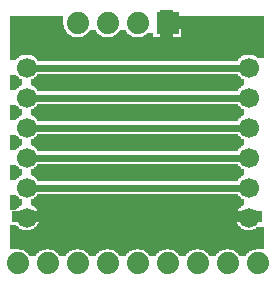
<source format=gtl>
G04 MADE WITH FRITZING*
G04 WWW.FRITZING.ORG*
G04 DOUBLE SIDED*
G04 HOLES PLATED*
G04 CONTOUR ON CENTER OF CONTOUR VECTOR*
%ASAXBY*%
%FSLAX23Y23*%
%MOIN*%
%OFA0B0*%
%SFA1.0B1.0*%
%ADD10C,0.075000*%
%ADD11C,0.074000*%
%ADD12C,0.066929*%
%ADD13R,0.074000X0.074000*%
%ADD14C,0.024000*%
%LNCOPPER1*%
G90*
G70*
G54D10*
X184Y237D03*
G54D11*
X564Y862D03*
X464Y862D03*
X364Y862D03*
X264Y862D03*
X64Y62D03*
X164Y62D03*
X264Y62D03*
X364Y62D03*
X464Y62D03*
X564Y62D03*
X664Y62D03*
X764Y62D03*
X864Y62D03*
G54D12*
X834Y714D03*
X834Y614D03*
X834Y514D03*
X834Y414D03*
X834Y314D03*
X834Y214D03*
X94Y714D03*
X94Y614D03*
X94Y514D03*
X94Y414D03*
X94Y314D03*
X94Y214D03*
G54D13*
X564Y862D03*
G54D14*
X125Y314D02*
X804Y314D01*
D02*
X804Y414D02*
X125Y414D01*
D02*
X804Y514D02*
X125Y514D01*
D02*
X804Y614D02*
X125Y614D01*
D02*
X804Y714D02*
X125Y714D01*
G36*
X40Y885D02*
X40Y815D01*
X252Y815D01*
X252Y817D01*
X246Y817D01*
X246Y819D01*
X242Y819D01*
X242Y821D01*
X238Y821D01*
X238Y823D01*
X236Y823D01*
X236Y825D01*
X234Y825D01*
X234Y827D01*
X230Y827D01*
X230Y829D01*
X228Y829D01*
X228Y833D01*
X226Y833D01*
X226Y835D01*
X224Y835D01*
X224Y839D01*
X222Y839D01*
X222Y841D01*
X220Y841D01*
X220Y847D01*
X218Y847D01*
X218Y855D01*
X216Y855D01*
X216Y885D01*
X40Y885D01*
G37*
D02*
G36*
X610Y885D02*
X610Y815D01*
X884Y815D01*
X884Y885D01*
X610Y885D01*
G37*
D02*
G36*
X304Y839D02*
X304Y837D01*
X302Y837D01*
X302Y833D01*
X300Y833D01*
X300Y831D01*
X298Y831D01*
X298Y829D01*
X296Y829D01*
X296Y827D01*
X294Y827D01*
X294Y825D01*
X292Y825D01*
X292Y823D01*
X288Y823D01*
X288Y821D01*
X286Y821D01*
X286Y819D01*
X282Y819D01*
X282Y817D01*
X274Y817D01*
X274Y815D01*
X352Y815D01*
X352Y817D01*
X346Y817D01*
X346Y819D01*
X342Y819D01*
X342Y821D01*
X338Y821D01*
X338Y823D01*
X336Y823D01*
X336Y825D01*
X334Y825D01*
X334Y827D01*
X330Y827D01*
X330Y829D01*
X328Y829D01*
X328Y833D01*
X326Y833D01*
X326Y835D01*
X324Y835D01*
X324Y839D01*
X304Y839D01*
G37*
D02*
G36*
X404Y839D02*
X404Y837D01*
X402Y837D01*
X402Y833D01*
X400Y833D01*
X400Y831D01*
X398Y831D01*
X398Y829D01*
X396Y829D01*
X396Y827D01*
X394Y827D01*
X394Y825D01*
X392Y825D01*
X392Y823D01*
X388Y823D01*
X388Y821D01*
X386Y821D01*
X386Y819D01*
X382Y819D01*
X382Y817D01*
X374Y817D01*
X374Y815D01*
X452Y815D01*
X452Y817D01*
X446Y817D01*
X446Y819D01*
X442Y819D01*
X442Y821D01*
X438Y821D01*
X438Y823D01*
X436Y823D01*
X436Y825D01*
X434Y825D01*
X434Y827D01*
X430Y827D01*
X430Y829D01*
X428Y829D01*
X428Y833D01*
X426Y833D01*
X426Y835D01*
X424Y835D01*
X424Y839D01*
X404Y839D01*
G37*
D02*
G36*
X496Y829D02*
X496Y827D01*
X494Y827D01*
X494Y825D01*
X492Y825D01*
X492Y823D01*
X488Y823D01*
X488Y821D01*
X486Y821D01*
X486Y819D01*
X482Y819D01*
X482Y817D01*
X474Y817D01*
X474Y815D01*
X516Y815D01*
X516Y829D01*
X496Y829D01*
G37*
D02*
G36*
X40Y815D02*
X40Y813D01*
X884Y813D01*
X884Y815D01*
X40Y815D01*
G37*
D02*
G36*
X40Y815D02*
X40Y813D01*
X884Y813D01*
X884Y815D01*
X40Y815D01*
G37*
D02*
G36*
X40Y815D02*
X40Y813D01*
X884Y813D01*
X884Y815D01*
X40Y815D01*
G37*
D02*
G36*
X40Y815D02*
X40Y813D01*
X884Y813D01*
X884Y815D01*
X40Y815D01*
G37*
D02*
G36*
X40Y815D02*
X40Y813D01*
X884Y813D01*
X884Y815D01*
X40Y815D01*
G37*
D02*
G36*
X40Y813D02*
X40Y757D01*
X846Y757D01*
X846Y755D01*
X852Y755D01*
X852Y753D01*
X856Y753D01*
X856Y751D01*
X858Y751D01*
X858Y749D01*
X862Y749D01*
X862Y747D01*
X864Y747D01*
X864Y745D01*
X884Y745D01*
X884Y813D01*
X40Y813D01*
G37*
D02*
G36*
X40Y757D02*
X40Y739D01*
X60Y739D01*
X60Y741D01*
X62Y741D01*
X62Y745D01*
X64Y745D01*
X64Y747D01*
X68Y747D01*
X68Y749D01*
X70Y749D01*
X70Y751D01*
X74Y751D01*
X74Y753D01*
X76Y753D01*
X76Y755D01*
X82Y755D01*
X82Y757D01*
X40Y757D01*
G37*
D02*
G36*
X106Y757D02*
X106Y755D01*
X112Y755D01*
X112Y753D01*
X116Y753D01*
X116Y751D01*
X118Y751D01*
X118Y749D01*
X122Y749D01*
X122Y747D01*
X124Y747D01*
X124Y745D01*
X126Y745D01*
X126Y743D01*
X128Y743D01*
X128Y741D01*
X130Y741D01*
X130Y737D01*
X798Y737D01*
X798Y739D01*
X800Y739D01*
X800Y741D01*
X802Y741D01*
X802Y745D01*
X804Y745D01*
X804Y747D01*
X808Y747D01*
X808Y749D01*
X810Y749D01*
X810Y751D01*
X814Y751D01*
X814Y753D01*
X816Y753D01*
X816Y755D01*
X824Y755D01*
X824Y757D01*
X106Y757D01*
G37*
D02*
G36*
X132Y693D02*
X132Y691D01*
X130Y691D01*
X130Y689D01*
X128Y689D01*
X128Y687D01*
X126Y687D01*
X126Y683D01*
X124Y683D01*
X124Y681D01*
X120Y681D01*
X120Y679D01*
X118Y679D01*
X118Y677D01*
X114Y677D01*
X114Y675D01*
X110Y675D01*
X110Y655D01*
X112Y655D01*
X112Y653D01*
X116Y653D01*
X116Y651D01*
X118Y651D01*
X118Y649D01*
X122Y649D01*
X122Y647D01*
X124Y647D01*
X124Y645D01*
X126Y645D01*
X126Y643D01*
X128Y643D01*
X128Y641D01*
X130Y641D01*
X130Y637D01*
X798Y637D01*
X798Y639D01*
X800Y639D01*
X800Y641D01*
X802Y641D01*
X802Y645D01*
X804Y645D01*
X804Y647D01*
X808Y647D01*
X808Y649D01*
X810Y649D01*
X810Y651D01*
X814Y651D01*
X814Y653D01*
X816Y653D01*
X816Y655D01*
X818Y655D01*
X818Y675D01*
X814Y675D01*
X814Y677D01*
X810Y677D01*
X810Y679D01*
X808Y679D01*
X808Y681D01*
X806Y681D01*
X806Y683D01*
X804Y683D01*
X804Y685D01*
X802Y685D01*
X802Y687D01*
X800Y687D01*
X800Y689D01*
X798Y689D01*
X798Y693D01*
X132Y693D01*
G37*
D02*
G36*
X40Y689D02*
X40Y639D01*
X60Y639D01*
X60Y641D01*
X62Y641D01*
X62Y645D01*
X64Y645D01*
X64Y647D01*
X68Y647D01*
X68Y649D01*
X70Y649D01*
X70Y651D01*
X74Y651D01*
X74Y653D01*
X76Y653D01*
X76Y655D01*
X78Y655D01*
X78Y675D01*
X74Y675D01*
X74Y677D01*
X70Y677D01*
X70Y679D01*
X68Y679D01*
X68Y681D01*
X66Y681D01*
X66Y683D01*
X64Y683D01*
X64Y685D01*
X62Y685D01*
X62Y687D01*
X60Y687D01*
X60Y689D01*
X40Y689D01*
G37*
D02*
G36*
X132Y593D02*
X132Y591D01*
X130Y591D01*
X130Y589D01*
X128Y589D01*
X128Y587D01*
X126Y587D01*
X126Y583D01*
X124Y583D01*
X124Y581D01*
X120Y581D01*
X120Y579D01*
X118Y579D01*
X118Y577D01*
X114Y577D01*
X114Y575D01*
X110Y575D01*
X110Y555D01*
X112Y555D01*
X112Y553D01*
X116Y553D01*
X116Y551D01*
X118Y551D01*
X118Y549D01*
X122Y549D01*
X122Y547D01*
X124Y547D01*
X124Y545D01*
X126Y545D01*
X126Y543D01*
X128Y543D01*
X128Y541D01*
X130Y541D01*
X130Y537D01*
X798Y537D01*
X798Y539D01*
X800Y539D01*
X800Y541D01*
X802Y541D01*
X802Y545D01*
X804Y545D01*
X804Y547D01*
X808Y547D01*
X808Y549D01*
X810Y549D01*
X810Y551D01*
X814Y551D01*
X814Y553D01*
X816Y553D01*
X816Y555D01*
X818Y555D01*
X818Y575D01*
X814Y575D01*
X814Y577D01*
X810Y577D01*
X810Y579D01*
X808Y579D01*
X808Y581D01*
X806Y581D01*
X806Y583D01*
X804Y583D01*
X804Y585D01*
X802Y585D01*
X802Y587D01*
X800Y587D01*
X800Y589D01*
X798Y589D01*
X798Y593D01*
X132Y593D01*
G37*
D02*
G36*
X40Y589D02*
X40Y539D01*
X60Y539D01*
X60Y541D01*
X62Y541D01*
X62Y545D01*
X64Y545D01*
X64Y547D01*
X68Y547D01*
X68Y549D01*
X70Y549D01*
X70Y551D01*
X74Y551D01*
X74Y553D01*
X76Y553D01*
X76Y555D01*
X78Y555D01*
X78Y575D01*
X74Y575D01*
X74Y577D01*
X70Y577D01*
X70Y579D01*
X68Y579D01*
X68Y581D01*
X66Y581D01*
X66Y583D01*
X64Y583D01*
X64Y585D01*
X62Y585D01*
X62Y587D01*
X60Y587D01*
X60Y589D01*
X40Y589D01*
G37*
D02*
G36*
X132Y493D02*
X132Y491D01*
X130Y491D01*
X130Y489D01*
X128Y489D01*
X128Y487D01*
X126Y487D01*
X126Y483D01*
X124Y483D01*
X124Y481D01*
X120Y481D01*
X120Y479D01*
X118Y479D01*
X118Y477D01*
X114Y477D01*
X114Y475D01*
X110Y475D01*
X110Y455D01*
X112Y455D01*
X112Y453D01*
X116Y453D01*
X116Y451D01*
X118Y451D01*
X118Y449D01*
X122Y449D01*
X122Y447D01*
X124Y447D01*
X124Y445D01*
X126Y445D01*
X126Y443D01*
X128Y443D01*
X128Y441D01*
X130Y441D01*
X130Y437D01*
X798Y437D01*
X798Y439D01*
X800Y439D01*
X800Y441D01*
X802Y441D01*
X802Y445D01*
X804Y445D01*
X804Y447D01*
X808Y447D01*
X808Y449D01*
X810Y449D01*
X810Y451D01*
X814Y451D01*
X814Y453D01*
X816Y453D01*
X816Y455D01*
X818Y455D01*
X818Y475D01*
X814Y475D01*
X814Y477D01*
X810Y477D01*
X810Y479D01*
X808Y479D01*
X808Y481D01*
X806Y481D01*
X806Y483D01*
X804Y483D01*
X804Y485D01*
X802Y485D01*
X802Y487D01*
X800Y487D01*
X800Y489D01*
X798Y489D01*
X798Y493D01*
X132Y493D01*
G37*
D02*
G36*
X40Y489D02*
X40Y439D01*
X60Y439D01*
X60Y441D01*
X62Y441D01*
X62Y445D01*
X64Y445D01*
X64Y447D01*
X68Y447D01*
X68Y449D01*
X70Y449D01*
X70Y451D01*
X74Y451D01*
X74Y453D01*
X76Y453D01*
X76Y455D01*
X78Y455D01*
X78Y475D01*
X74Y475D01*
X74Y477D01*
X70Y477D01*
X70Y479D01*
X68Y479D01*
X68Y481D01*
X66Y481D01*
X66Y483D01*
X64Y483D01*
X64Y485D01*
X62Y485D01*
X62Y487D01*
X60Y487D01*
X60Y489D01*
X40Y489D01*
G37*
D02*
G36*
X132Y393D02*
X132Y391D01*
X130Y391D01*
X130Y389D01*
X128Y389D01*
X128Y387D01*
X126Y387D01*
X126Y383D01*
X124Y383D01*
X124Y381D01*
X120Y381D01*
X120Y379D01*
X118Y379D01*
X118Y377D01*
X114Y377D01*
X114Y375D01*
X110Y375D01*
X110Y355D01*
X112Y355D01*
X112Y353D01*
X116Y353D01*
X116Y351D01*
X118Y351D01*
X118Y349D01*
X122Y349D01*
X122Y347D01*
X124Y347D01*
X124Y345D01*
X126Y345D01*
X126Y343D01*
X128Y343D01*
X128Y341D01*
X130Y341D01*
X130Y337D01*
X798Y337D01*
X798Y339D01*
X800Y339D01*
X800Y341D01*
X802Y341D01*
X802Y345D01*
X804Y345D01*
X804Y347D01*
X808Y347D01*
X808Y349D01*
X810Y349D01*
X810Y351D01*
X814Y351D01*
X814Y353D01*
X816Y353D01*
X816Y355D01*
X818Y355D01*
X818Y375D01*
X814Y375D01*
X814Y377D01*
X810Y377D01*
X810Y379D01*
X808Y379D01*
X808Y381D01*
X806Y381D01*
X806Y383D01*
X804Y383D01*
X804Y385D01*
X802Y385D01*
X802Y387D01*
X800Y387D01*
X800Y389D01*
X798Y389D01*
X798Y393D01*
X132Y393D01*
G37*
D02*
G36*
X40Y389D02*
X40Y339D01*
X60Y339D01*
X60Y341D01*
X62Y341D01*
X62Y345D01*
X64Y345D01*
X64Y347D01*
X68Y347D01*
X68Y349D01*
X70Y349D01*
X70Y351D01*
X74Y351D01*
X74Y353D01*
X76Y353D01*
X76Y355D01*
X78Y355D01*
X78Y375D01*
X74Y375D01*
X74Y377D01*
X70Y377D01*
X70Y379D01*
X68Y379D01*
X68Y381D01*
X66Y381D01*
X66Y383D01*
X64Y383D01*
X64Y385D01*
X62Y385D01*
X62Y387D01*
X60Y387D01*
X60Y389D01*
X40Y389D01*
G37*
D02*
G36*
X40Y289D02*
X40Y239D01*
X60Y239D01*
X60Y241D01*
X62Y241D01*
X62Y245D01*
X64Y245D01*
X64Y247D01*
X68Y247D01*
X68Y249D01*
X70Y249D01*
X70Y251D01*
X74Y251D01*
X74Y253D01*
X76Y253D01*
X76Y255D01*
X78Y255D01*
X78Y275D01*
X74Y275D01*
X74Y277D01*
X70Y277D01*
X70Y279D01*
X68Y279D01*
X68Y281D01*
X66Y281D01*
X66Y283D01*
X64Y283D01*
X64Y285D01*
X62Y285D01*
X62Y287D01*
X60Y287D01*
X60Y289D01*
X40Y289D01*
G37*
D02*
G36*
X132Y293D02*
X132Y291D01*
X130Y291D01*
X130Y289D01*
X128Y289D01*
X128Y287D01*
X126Y287D01*
X126Y283D01*
X124Y283D01*
X124Y281D01*
X120Y281D01*
X120Y279D01*
X118Y279D01*
X118Y277D01*
X114Y277D01*
X114Y275D01*
X110Y275D01*
X110Y255D01*
X112Y255D01*
X112Y253D01*
X116Y253D01*
X116Y251D01*
X118Y251D01*
X118Y249D01*
X122Y249D01*
X122Y247D01*
X124Y247D01*
X124Y245D01*
X126Y245D01*
X126Y243D01*
X128Y243D01*
X128Y241D01*
X130Y241D01*
X130Y237D01*
X132Y237D01*
X132Y233D01*
X134Y233D01*
X134Y229D01*
X136Y229D01*
X136Y221D01*
X138Y221D01*
X138Y207D01*
X136Y207D01*
X136Y199D01*
X134Y199D01*
X134Y195D01*
X132Y195D01*
X132Y191D01*
X130Y191D01*
X130Y189D01*
X128Y189D01*
X128Y187D01*
X126Y187D01*
X126Y183D01*
X124Y183D01*
X124Y181D01*
X120Y181D01*
X120Y179D01*
X118Y179D01*
X118Y177D01*
X114Y177D01*
X114Y175D01*
X110Y175D01*
X110Y173D01*
X104Y173D01*
X104Y171D01*
X824Y171D01*
X824Y173D01*
X818Y173D01*
X818Y175D01*
X814Y175D01*
X814Y177D01*
X810Y177D01*
X810Y179D01*
X808Y179D01*
X808Y181D01*
X806Y181D01*
X806Y183D01*
X804Y183D01*
X804Y185D01*
X802Y185D01*
X802Y187D01*
X800Y187D01*
X800Y189D01*
X798Y189D01*
X798Y193D01*
X796Y193D01*
X796Y197D01*
X794Y197D01*
X794Y201D01*
X792Y201D01*
X792Y213D01*
X790Y213D01*
X790Y215D01*
X792Y215D01*
X792Y227D01*
X794Y227D01*
X794Y233D01*
X796Y233D01*
X796Y235D01*
X798Y235D01*
X798Y239D01*
X800Y239D01*
X800Y241D01*
X802Y241D01*
X802Y245D01*
X804Y245D01*
X804Y247D01*
X808Y247D01*
X808Y249D01*
X810Y249D01*
X810Y251D01*
X814Y251D01*
X814Y253D01*
X816Y253D01*
X816Y255D01*
X818Y255D01*
X818Y275D01*
X814Y275D01*
X814Y277D01*
X810Y277D01*
X810Y279D01*
X808Y279D01*
X808Y281D01*
X806Y281D01*
X806Y283D01*
X804Y283D01*
X804Y285D01*
X802Y285D01*
X802Y287D01*
X800Y287D01*
X800Y289D01*
X798Y289D01*
X798Y293D01*
X132Y293D01*
G37*
D02*
G36*
X40Y189D02*
X40Y171D01*
X84Y171D01*
X84Y173D01*
X78Y173D01*
X78Y175D01*
X74Y175D01*
X74Y177D01*
X70Y177D01*
X70Y179D01*
X68Y179D01*
X68Y181D01*
X66Y181D01*
X66Y183D01*
X64Y183D01*
X64Y185D01*
X62Y185D01*
X62Y187D01*
X60Y187D01*
X60Y189D01*
X40Y189D01*
G37*
D02*
G36*
X864Y183D02*
X864Y181D01*
X860Y181D01*
X860Y179D01*
X858Y179D01*
X858Y177D01*
X854Y177D01*
X854Y175D01*
X850Y175D01*
X850Y173D01*
X844Y173D01*
X844Y171D01*
X884Y171D01*
X884Y183D01*
X864Y183D01*
G37*
D02*
G36*
X40Y171D02*
X40Y169D01*
X884Y169D01*
X884Y171D01*
X40Y171D01*
G37*
D02*
G36*
X40Y171D02*
X40Y169D01*
X884Y169D01*
X884Y171D01*
X40Y171D01*
G37*
D02*
G36*
X40Y171D02*
X40Y169D01*
X884Y169D01*
X884Y171D01*
X40Y171D01*
G37*
D02*
G36*
X40Y169D02*
X40Y109D01*
X770Y109D01*
X770Y107D01*
X778Y107D01*
X778Y105D01*
X784Y105D01*
X784Y103D01*
X786Y103D01*
X786Y101D01*
X790Y101D01*
X790Y99D01*
X792Y99D01*
X792Y97D01*
X796Y97D01*
X796Y95D01*
X798Y95D01*
X798Y91D01*
X800Y91D01*
X800Y89D01*
X802Y89D01*
X802Y87D01*
X804Y87D01*
X804Y85D01*
X824Y85D01*
X824Y89D01*
X826Y89D01*
X826Y91D01*
X828Y91D01*
X828Y93D01*
X830Y93D01*
X830Y95D01*
X832Y95D01*
X832Y97D01*
X834Y97D01*
X834Y99D01*
X836Y99D01*
X836Y101D01*
X840Y101D01*
X840Y103D01*
X844Y103D01*
X844Y105D01*
X850Y105D01*
X850Y107D01*
X858Y107D01*
X858Y109D01*
X884Y109D01*
X884Y169D01*
X40Y169D01*
G37*
D02*
G36*
X70Y109D02*
X70Y107D01*
X78Y107D01*
X78Y105D01*
X84Y105D01*
X84Y103D01*
X86Y103D01*
X86Y101D01*
X90Y101D01*
X90Y99D01*
X92Y99D01*
X92Y97D01*
X96Y97D01*
X96Y95D01*
X98Y95D01*
X98Y91D01*
X100Y91D01*
X100Y89D01*
X102Y89D01*
X102Y87D01*
X104Y87D01*
X104Y85D01*
X124Y85D01*
X124Y89D01*
X126Y89D01*
X126Y91D01*
X128Y91D01*
X128Y93D01*
X130Y93D01*
X130Y95D01*
X132Y95D01*
X132Y97D01*
X134Y97D01*
X134Y99D01*
X136Y99D01*
X136Y101D01*
X140Y101D01*
X140Y103D01*
X144Y103D01*
X144Y105D01*
X150Y105D01*
X150Y107D01*
X158Y107D01*
X158Y109D01*
X70Y109D01*
G37*
D02*
G36*
X170Y109D02*
X170Y107D01*
X178Y107D01*
X178Y105D01*
X184Y105D01*
X184Y103D01*
X186Y103D01*
X186Y101D01*
X190Y101D01*
X190Y99D01*
X192Y99D01*
X192Y97D01*
X196Y97D01*
X196Y95D01*
X198Y95D01*
X198Y91D01*
X200Y91D01*
X200Y89D01*
X202Y89D01*
X202Y87D01*
X204Y87D01*
X204Y85D01*
X224Y85D01*
X224Y89D01*
X226Y89D01*
X226Y91D01*
X228Y91D01*
X228Y93D01*
X230Y93D01*
X230Y95D01*
X232Y95D01*
X232Y97D01*
X234Y97D01*
X234Y99D01*
X236Y99D01*
X236Y101D01*
X240Y101D01*
X240Y103D01*
X244Y103D01*
X244Y105D01*
X250Y105D01*
X250Y107D01*
X258Y107D01*
X258Y109D01*
X170Y109D01*
G37*
D02*
G36*
X270Y109D02*
X270Y107D01*
X278Y107D01*
X278Y105D01*
X284Y105D01*
X284Y103D01*
X286Y103D01*
X286Y101D01*
X290Y101D01*
X290Y99D01*
X292Y99D01*
X292Y97D01*
X296Y97D01*
X296Y95D01*
X298Y95D01*
X298Y91D01*
X300Y91D01*
X300Y89D01*
X302Y89D01*
X302Y87D01*
X304Y87D01*
X304Y85D01*
X324Y85D01*
X324Y89D01*
X326Y89D01*
X326Y91D01*
X328Y91D01*
X328Y93D01*
X330Y93D01*
X330Y95D01*
X332Y95D01*
X332Y97D01*
X334Y97D01*
X334Y99D01*
X336Y99D01*
X336Y101D01*
X340Y101D01*
X340Y103D01*
X344Y103D01*
X344Y105D01*
X350Y105D01*
X350Y107D01*
X358Y107D01*
X358Y109D01*
X270Y109D01*
G37*
D02*
G36*
X370Y109D02*
X370Y107D01*
X378Y107D01*
X378Y105D01*
X384Y105D01*
X384Y103D01*
X386Y103D01*
X386Y101D01*
X390Y101D01*
X390Y99D01*
X392Y99D01*
X392Y97D01*
X396Y97D01*
X396Y95D01*
X398Y95D01*
X398Y91D01*
X400Y91D01*
X400Y89D01*
X402Y89D01*
X402Y87D01*
X404Y87D01*
X404Y85D01*
X424Y85D01*
X424Y89D01*
X426Y89D01*
X426Y91D01*
X428Y91D01*
X428Y93D01*
X430Y93D01*
X430Y95D01*
X432Y95D01*
X432Y97D01*
X434Y97D01*
X434Y99D01*
X436Y99D01*
X436Y101D01*
X440Y101D01*
X440Y103D01*
X444Y103D01*
X444Y105D01*
X450Y105D01*
X450Y107D01*
X458Y107D01*
X458Y109D01*
X370Y109D01*
G37*
D02*
G36*
X470Y109D02*
X470Y107D01*
X478Y107D01*
X478Y105D01*
X484Y105D01*
X484Y103D01*
X486Y103D01*
X486Y101D01*
X490Y101D01*
X490Y99D01*
X492Y99D01*
X492Y97D01*
X496Y97D01*
X496Y95D01*
X498Y95D01*
X498Y91D01*
X500Y91D01*
X500Y89D01*
X502Y89D01*
X502Y87D01*
X504Y87D01*
X504Y85D01*
X524Y85D01*
X524Y89D01*
X526Y89D01*
X526Y91D01*
X528Y91D01*
X528Y93D01*
X530Y93D01*
X530Y95D01*
X532Y95D01*
X532Y97D01*
X534Y97D01*
X534Y99D01*
X536Y99D01*
X536Y101D01*
X540Y101D01*
X540Y103D01*
X544Y103D01*
X544Y105D01*
X550Y105D01*
X550Y107D01*
X558Y107D01*
X558Y109D01*
X470Y109D01*
G37*
D02*
G36*
X570Y109D02*
X570Y107D01*
X578Y107D01*
X578Y105D01*
X584Y105D01*
X584Y103D01*
X586Y103D01*
X586Y101D01*
X590Y101D01*
X590Y99D01*
X592Y99D01*
X592Y97D01*
X596Y97D01*
X596Y95D01*
X598Y95D01*
X598Y91D01*
X600Y91D01*
X600Y89D01*
X602Y89D01*
X602Y87D01*
X604Y87D01*
X604Y85D01*
X624Y85D01*
X624Y89D01*
X626Y89D01*
X626Y91D01*
X628Y91D01*
X628Y93D01*
X630Y93D01*
X630Y95D01*
X632Y95D01*
X632Y97D01*
X634Y97D01*
X634Y99D01*
X636Y99D01*
X636Y101D01*
X640Y101D01*
X640Y103D01*
X644Y103D01*
X644Y105D01*
X650Y105D01*
X650Y107D01*
X658Y107D01*
X658Y109D01*
X570Y109D01*
G37*
D02*
G36*
X670Y109D02*
X670Y107D01*
X678Y107D01*
X678Y105D01*
X684Y105D01*
X684Y103D01*
X686Y103D01*
X686Y101D01*
X690Y101D01*
X690Y99D01*
X692Y99D01*
X692Y97D01*
X696Y97D01*
X696Y95D01*
X698Y95D01*
X698Y91D01*
X700Y91D01*
X700Y89D01*
X702Y89D01*
X702Y87D01*
X704Y87D01*
X704Y85D01*
X724Y85D01*
X724Y89D01*
X726Y89D01*
X726Y91D01*
X728Y91D01*
X728Y93D01*
X730Y93D01*
X730Y95D01*
X732Y95D01*
X732Y97D01*
X734Y97D01*
X734Y99D01*
X736Y99D01*
X736Y101D01*
X740Y101D01*
X740Y103D01*
X744Y103D01*
X744Y105D01*
X750Y105D01*
X750Y107D01*
X758Y107D01*
X758Y109D01*
X670Y109D01*
G37*
D02*
G36*
X46Y237D02*
X74Y237D01*
X74Y198D01*
X46Y198D01*
X46Y237D01*
G37*
D02*
G36*
X112Y237D02*
X138Y237D01*
X138Y198D01*
X112Y198D01*
X112Y237D01*
G37*
D02*
G36*
X788Y237D02*
X812Y237D01*
X812Y198D01*
X788Y198D01*
X788Y237D01*
G37*
D02*
G36*
X850Y237D02*
X878Y237D01*
X878Y198D01*
X850Y198D01*
X850Y237D01*
G37*
D02*
G36*
X540Y907D02*
X583Y907D01*
X583Y883D01*
X540Y883D01*
X540Y907D01*
G37*
D02*
G36*
X540Y845D02*
X583Y845D01*
X583Y815D01*
X540Y815D01*
X540Y845D01*
G37*
D02*
G36*
X580Y885D02*
X610Y885D01*
X610Y842D01*
X580Y842D01*
X580Y885D01*
G37*
D02*
G04 End of Copper1*
M02*
</source>
